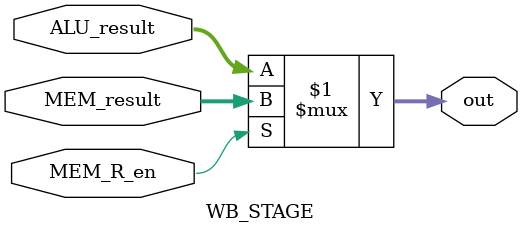
<source format=v>
module WB_STAGE(input [31:0] ALU_result,MEM_result,input MEM_R_en,output [31:0] out);
  assign out = MEM_R_en?MEM_result:ALU_result;
endmodule

</source>
